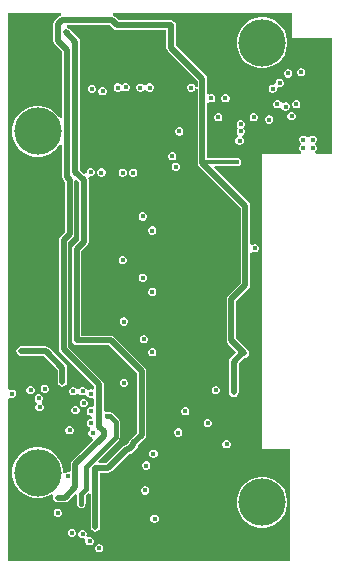
<source format=gbr>
G04*
G04 #@! TF.GenerationSoftware,Altium Limited,Altium Designer,24.9.1 (31)*
G04*
G04 Layer_Physical_Order=2*
G04 Layer_Color=12811406*
%FSLAX44Y44*%
%MOMM*%
G71*
G04*
G04 #@! TF.SameCoordinates,E7EBA232-3E41-4796-8E0E-ADA696DDDB0D*
G04*
G04*
G04 #@! TF.FilePolarity,Positive*
G04*
G01*
G75*
%ADD12C,0.5000*%
%ADD13C,4.0000*%
%ADD14C,0.4000*%
%ADD15C,0.3000*%
%ADD16C,0.4000*%
G36*
X240000Y443000D02*
X274000D01*
Y345000D01*
X260301D01*
X259903Y347000D01*
X259983Y347033D01*
X260967Y348017D01*
X261500Y349304D01*
Y350696D01*
X260967Y351983D01*
X260756Y352193D01*
X260207Y353500D01*
X260756Y354807D01*
X260967Y355017D01*
X261500Y356304D01*
Y357696D01*
X260967Y358983D01*
X259983Y359967D01*
X258696Y360500D01*
X257304D01*
X256017Y359967D01*
X255033Y358983D01*
X252967D01*
X251983Y359967D01*
X250696Y360500D01*
X249304D01*
X248017Y359967D01*
X247033Y358983D01*
X246500Y357696D01*
Y356304D01*
X247033Y355017D01*
X247244Y354807D01*
X247793Y353500D01*
X247244Y352193D01*
X247033Y351983D01*
X246500Y350696D01*
Y349304D01*
X247033Y348017D01*
X248017Y347033D01*
X248097Y347000D01*
X247699Y345000D01*
X215000D01*
Y95000D01*
X239000D01*
Y0D01*
X0D01*
Y137380D01*
X329Y137727D01*
X2000Y138551D01*
X2648Y138283D01*
X4041D01*
X5327Y138816D01*
X6312Y139800D01*
X6844Y141087D01*
Y142479D01*
X6312Y143765D01*
X5327Y144750D01*
X4041Y145283D01*
X2648D01*
X2000Y145014D01*
X329Y145839D01*
X0Y146186D01*
Y464000D01*
X44838D01*
X45035Y462000D01*
X43868Y461768D01*
X42545Y460884D01*
X42545Y460884D01*
X39616Y457955D01*
X38732Y456632D01*
X38422Y455071D01*
X38422Y455071D01*
Y440500D01*
X38422Y440500D01*
X38732Y438939D01*
X39616Y437616D01*
X45922Y431311D01*
Y375701D01*
X45592Y375454D01*
X42904Y375903D01*
X41700Y377705D01*
X38705Y380700D01*
X35184Y383053D01*
X31271Y384674D01*
X27118Y385500D01*
X22882D01*
X18729Y384674D01*
X14816Y383053D01*
X11295Y380700D01*
X8300Y377705D01*
X5947Y374184D01*
X4326Y370271D01*
X3500Y366118D01*
Y361882D01*
X4326Y357729D01*
X5947Y353816D01*
X8300Y350295D01*
X11295Y347300D01*
X14816Y344947D01*
X18729Y343326D01*
X22882Y342500D01*
X27118D01*
X31271Y343326D01*
X35184Y344947D01*
X38705Y347300D01*
X41700Y350295D01*
X42904Y352097D01*
X45592Y352546D01*
X45922Y352299D01*
Y325000D01*
X45922Y325000D01*
X46232Y323439D01*
X47116Y322116D01*
X47922Y321311D01*
Y278618D01*
X44116Y274813D01*
X43232Y273490D01*
X42922Y271929D01*
X42922Y271929D01*
Y180000D01*
X42922Y180000D01*
X43232Y178439D01*
X44116Y177116D01*
X72748Y148485D01*
X72601Y146443D01*
X70922Y145407D01*
X70696Y145500D01*
X69304D01*
X68348Y145104D01*
X67919Y145009D01*
X66037Y145815D01*
X65967Y145983D01*
X64983Y146967D01*
X63696Y147500D01*
X62304D01*
X61017Y146967D01*
X60033Y145983D01*
X57967D01*
X56983Y146967D01*
X55696Y147500D01*
X54304D01*
X53017Y146967D01*
X52033Y145983D01*
X51500Y144696D01*
Y143304D01*
X52033Y142017D01*
X53017Y141033D01*
X54304Y140500D01*
X55696D01*
X56983Y141033D01*
X57967Y142017D01*
X60033D01*
X61017Y141033D01*
X62304Y140500D01*
X63696D01*
X64652Y140896D01*
X65081Y140991D01*
X66963Y140185D01*
X67033Y140017D01*
X68017Y139033D01*
X69304Y138500D01*
X70696D01*
X70922Y138593D01*
X72922Y137359D01*
Y131641D01*
X70922Y130403D01*
X70701Y130495D01*
X69309D01*
X68023Y129962D01*
X67038Y128977D01*
X66505Y127691D01*
Y126299D01*
X67038Y125012D01*
X68023Y124028D01*
X69309Y123495D01*
X69726D01*
X71442Y121994D01*
X70696Y120500D01*
X69304D01*
X68017Y119967D01*
X67033Y118983D01*
X66500Y117696D01*
Y116304D01*
X67033Y115017D01*
X68017Y114033D01*
X69251Y113522D01*
X69331Y113312D01*
X69597Y111500D01*
X69517Y111467D01*
X68533Y110483D01*
X68000Y109196D01*
Y107804D01*
X68533Y106517D01*
X69517Y105533D01*
X70804Y105000D01*
X71404D01*
X72258Y103026D01*
X54116Y84884D01*
X53232Y83561D01*
X52922Y82000D01*
X52922Y82000D01*
Y76319D01*
X51696Y75500D01*
X50304D01*
X49017Y74967D01*
X48500Y74450D01*
X46500Y75110D01*
Y77118D01*
X45674Y81271D01*
X44053Y85184D01*
X41700Y88705D01*
X38705Y91700D01*
X35184Y94053D01*
X31271Y95674D01*
X27118Y96500D01*
X22882D01*
X18729Y95674D01*
X14816Y94053D01*
X11295Y91700D01*
X8300Y88705D01*
X5947Y85184D01*
X4326Y81271D01*
X3500Y77118D01*
Y72882D01*
X4326Y68729D01*
X5947Y64816D01*
X8300Y61295D01*
X11295Y58300D01*
X14816Y55947D01*
X18729Y54326D01*
X22882Y53500D01*
X27118D01*
X31271Y54326D01*
X35184Y55947D01*
X36811Y57034D01*
X38253Y55592D01*
X38232Y55561D01*
X37922Y54000D01*
X38232Y52439D01*
X39116Y51116D01*
X40439Y50232D01*
X42000Y49922D01*
X48000D01*
X48000Y49922D01*
X49561Y50232D01*
X50884Y51116D01*
X56431Y56664D01*
X58431Y55835D01*
Y48500D01*
X58500Y48155D01*
Y47804D01*
X58635Y47479D01*
X58703Y47134D01*
X58898Y46842D01*
X59033Y46517D01*
X59281Y46269D01*
X59477Y45977D01*
X59769Y45781D01*
X60017Y45533D01*
X60342Y45398D01*
X60634Y45203D01*
X60979Y45135D01*
X61304Y45000D01*
X61655D01*
X62000Y44931D01*
X62345Y45000D01*
X62696D01*
X63021Y45135D01*
X63366Y45203D01*
X63658Y45398D01*
X63983Y45533D01*
X64231Y45781D01*
X64523Y45977D01*
X64719Y46269D01*
X64967Y46517D01*
X65102Y46842D01*
X65297Y47134D01*
X65366Y47479D01*
X65500Y47804D01*
Y48155D01*
X65569Y48500D01*
Y55522D01*
X67922Y57875D01*
X69922Y57046D01*
Y54000D01*
X69946Y53875D01*
X69922Y53750D01*
Y29000D01*
X70232Y27439D01*
X71116Y26116D01*
X72439Y25232D01*
X74000Y24922D01*
X75561Y25232D01*
X76884Y26116D01*
X77768Y27439D01*
X78078Y29000D01*
Y53750D01*
X78053Y53875D01*
X78078Y54000D01*
Y74922D01*
X85000D01*
X85000Y74922D01*
X86561Y75232D01*
X87884Y76116D01*
X102740Y90972D01*
X104046Y91232D01*
X105369Y92116D01*
X108884Y95631D01*
X108884Y95631D01*
X109768Y96954D01*
X110028Y98260D01*
X115884Y104116D01*
X115884Y104116D01*
X116768Y105439D01*
X117078Y107000D01*
X117078Y107000D01*
Y161000D01*
X116768Y162561D01*
X115884Y163884D01*
X89884Y189884D01*
X88561Y190768D01*
X87000Y191078D01*
X87000Y191078D01*
X62078D01*
Y262311D01*
X66884Y267116D01*
X66884Y267116D01*
X67768Y268439D01*
X68078Y270000D01*
X68078Y270000D01*
Y312000D01*
Y323000D01*
X68078Y323000D01*
X67790Y324449D01*
X68097Y324902D01*
X69188Y326035D01*
X69304Y325987D01*
X70696D01*
X71983Y326520D01*
X72967Y327505D01*
X73500Y328791D01*
Y330183D01*
X72967Y331470D01*
X71983Y332454D01*
X70696Y332987D01*
X69304D01*
X68017Y332454D01*
X67033Y331470D01*
X66500Y330183D01*
Y329096D01*
X65675Y328489D01*
X64652Y328115D01*
X61078Y331689D01*
Y440000D01*
X61078Y440000D01*
X60768Y441561D01*
X59884Y442884D01*
X59884Y442884D01*
X51884Y450884D01*
X50561Y451768D01*
X49788Y451922D01*
X49985Y453922D01*
X86311D01*
X89116Y451116D01*
X89116Y451116D01*
X90439Y450232D01*
X92000Y449922D01*
X133922D01*
Y435000D01*
X133922Y435000D01*
X134232Y433439D01*
X135116Y432116D01*
X160422Y406811D01*
Y401885D01*
X158500Y401696D01*
X158302Y402175D01*
X157967Y402983D01*
X156983Y403967D01*
X155696Y404500D01*
X154304D01*
X153017Y403967D01*
X152033Y402983D01*
X151500Y401696D01*
Y400304D01*
X152033Y399017D01*
X153017Y398033D01*
X154304Y397500D01*
X155696D01*
X156983Y398033D01*
X157967Y399017D01*
X158302Y399825D01*
X158500Y400304D01*
X160422Y400115D01*
Y337500D01*
X160422Y337500D01*
X160732Y335939D01*
X161616Y334616D01*
X196922Y299311D01*
Y235689D01*
X186116Y224884D01*
X185232Y223561D01*
X184922Y222000D01*
X184922Y222000D01*
Y187000D01*
X184922Y187000D01*
X185232Y185439D01*
X186116Y184116D01*
X193232Y177000D01*
X188116Y171884D01*
X187232Y170561D01*
X186922Y169000D01*
X186922Y169000D01*
Y143000D01*
X187232Y141439D01*
X188116Y140116D01*
X189439Y139232D01*
X191000Y138922D01*
X192561Y139232D01*
X193884Y140116D01*
X194768Y141439D01*
X195078Y143000D01*
Y167311D01*
X199689Y171922D01*
X200000D01*
X200000Y171922D01*
X201561Y172232D01*
X202884Y173116D01*
X203768Y174439D01*
X204078Y176000D01*
X203768Y177561D01*
X202884Y178884D01*
X193078Y188689D01*
Y220311D01*
X203884Y231116D01*
X203884Y231116D01*
X204768Y232439D01*
X205078Y234000D01*
Y261143D01*
X207017Y262033D01*
X208304Y261500D01*
X209696D01*
X210983Y262033D01*
X211967Y263017D01*
X212500Y264304D01*
Y265696D01*
X211967Y266983D01*
X210983Y267967D01*
X209696Y268500D01*
X208304D01*
X207017Y267967D01*
X205078Y268857D01*
Y301000D01*
X204768Y302561D01*
X203884Y303884D01*
X203884Y303884D01*
X174674Y333093D01*
X175440Y334941D01*
X192239D01*
X193304Y334500D01*
X194696D01*
X195983Y335033D01*
X196967Y336017D01*
X197500Y337304D01*
Y338696D01*
X196967Y339983D01*
X195983Y340967D01*
X194696Y341500D01*
X193304D01*
X192239Y341059D01*
X168578D01*
Y387644D01*
X169014Y388064D01*
X170578Y388801D01*
X171304Y388500D01*
X172696D01*
X173983Y389033D01*
X174967Y390017D01*
X175500Y391304D01*
Y392696D01*
X174967Y393983D01*
X173983Y394967D01*
X172696Y395500D01*
X171304D01*
X170578Y395200D01*
X169014Y395936D01*
X168578Y396357D01*
Y408500D01*
X168578Y408500D01*
X168268Y410061D01*
X167384Y411384D01*
X142078Y436689D01*
Y454000D01*
X141768Y455561D01*
X140884Y456884D01*
X139561Y457768D01*
X138000Y458078D01*
X93689D01*
X90884Y460884D01*
X89561Y461768D01*
X88394Y462000D01*
X88591Y464000D01*
X240000D01*
Y443000D01*
D02*
G37*
G36*
X59922Y321311D02*
Y312000D01*
Y271689D01*
X55116Y266884D01*
X54232Y265561D01*
X53922Y264000D01*
X53922Y264000D01*
Y187000D01*
X54232Y185439D01*
X55116Y184116D01*
X56439Y183232D01*
X58000Y182922D01*
X85311D01*
X108922Y159311D01*
Y108689D01*
X103116Y102884D01*
X102232Y101561D01*
X101972Y100255D01*
X100745Y99028D01*
X99439Y98768D01*
X98116Y97884D01*
X98116Y97884D01*
X83311Y83078D01*
X76738D01*
X75973Y84926D01*
X93523Y102477D01*
X94297Y103634D01*
X94569Y105000D01*
Y117858D01*
X94297Y119223D01*
X93523Y120381D01*
X88381Y125523D01*
X87224Y126297D01*
X85858Y126569D01*
X84000D01*
X83655Y126500D01*
X83304D01*
X82979Y126365D01*
X81348Y127322D01*
X81327Y127338D01*
X81078Y127641D01*
Y150000D01*
X80768Y151561D01*
X79884Y152884D01*
X79884Y152884D01*
X51078Y181689D01*
Y270240D01*
X54884Y274045D01*
X55768Y275368D01*
X56078Y276929D01*
X56078Y276929D01*
Y322326D01*
X57859Y323208D01*
X58007Y323225D01*
X59922Y321311D01*
D02*
G37*
%LPC*%
G36*
X217118Y460500D02*
X212882D01*
X208729Y459674D01*
X204816Y458053D01*
X201295Y455700D01*
X198300Y452705D01*
X195947Y449184D01*
X194326Y445271D01*
X193500Y441118D01*
Y436882D01*
X194326Y432729D01*
X195947Y428816D01*
X198300Y425295D01*
X201295Y422300D01*
X204816Y419947D01*
X208729Y418326D01*
X212882Y417500D01*
X217118D01*
X221271Y418326D01*
X225184Y419947D01*
X228705Y422300D01*
X231700Y425295D01*
X234053Y428816D01*
X235674Y432729D01*
X236500Y436882D01*
Y441118D01*
X235674Y445271D01*
X234053Y449184D01*
X231700Y452705D01*
X228705Y455700D01*
X225184Y458053D01*
X221271Y459674D01*
X217118Y460500D01*
D02*
G37*
G36*
X248696Y417500D02*
X247304D01*
X246017Y416967D01*
X245033Y415983D01*
X244500Y414696D01*
Y413304D01*
X245033Y412017D01*
X246017Y411033D01*
X247304Y410500D01*
X248696D01*
X249983Y411033D01*
X250967Y412017D01*
X251500Y413304D01*
Y414696D01*
X250967Y415983D01*
X249983Y416967D01*
X248696Y417500D01*
D02*
G37*
G36*
X237696Y416500D02*
X236304D01*
X235017Y415967D01*
X234033Y414983D01*
X233500Y413696D01*
Y412304D01*
X234033Y411017D01*
X235017Y410033D01*
X236304Y409500D01*
X237696D01*
X238983Y410033D01*
X239967Y411017D01*
X240500Y412304D01*
Y413696D01*
X239967Y414983D01*
X238983Y415967D01*
X237696Y416500D01*
D02*
G37*
G36*
X100352Y404844D02*
X98959D01*
X97673Y404312D01*
X97462Y404101D01*
X96398Y403448D01*
X94858Y404092D01*
X93571Y404625D01*
X92179D01*
X90892Y404092D01*
X89908Y403108D01*
X89375Y401821D01*
Y400429D01*
X89908Y399142D01*
X90892Y398158D01*
X92179Y397625D01*
X93571D01*
X94858Y398158D01*
X95068Y398369D01*
X96133Y399021D01*
X97673Y398377D01*
X98959Y397844D01*
X100352D01*
X101638Y398377D01*
X102623Y399362D01*
X103156Y400648D01*
Y402041D01*
X102623Y403327D01*
X101638Y404312D01*
X100352Y404844D01*
D02*
G37*
G36*
X120571Y404625D02*
X119179D01*
X117892Y404092D01*
X117030Y403229D01*
X116205Y403131D01*
X114772Y403178D01*
X113983Y403967D01*
X112696Y404500D01*
X111304D01*
X110017Y403967D01*
X109033Y402983D01*
X108500Y401696D01*
Y400304D01*
X109033Y399017D01*
X110017Y398033D01*
X111304Y397500D01*
X112696D01*
X113983Y398033D01*
X114845Y398896D01*
X115671Y398994D01*
X117103Y398947D01*
X117892Y398158D01*
X119179Y397625D01*
X120571D01*
X121858Y398158D01*
X122842Y399142D01*
X123375Y400429D01*
Y401821D01*
X122842Y403108D01*
X121858Y404092D01*
X120571Y404625D01*
D02*
G37*
G36*
X230696Y408500D02*
X229304D01*
X228017Y407967D01*
X227033Y406983D01*
X226500Y405696D01*
Y404918D01*
X225169Y403711D01*
X224696Y403500D01*
X223304D01*
X222017Y402967D01*
X221033Y401983D01*
X220500Y400696D01*
Y399304D01*
X221033Y398017D01*
X222017Y397033D01*
X223304Y396500D01*
X224696D01*
X225983Y397033D01*
X226967Y398017D01*
X227500Y399304D01*
Y400082D01*
X228831Y401289D01*
X229304Y401500D01*
X230696D01*
X231983Y402033D01*
X232967Y403017D01*
X233500Y404304D01*
Y405696D01*
X232967Y406983D01*
X231983Y407967D01*
X230696Y408500D01*
D02*
G37*
G36*
X71696Y403500D02*
X70304D01*
X69017Y402967D01*
X68033Y401983D01*
X67500Y400696D01*
Y399304D01*
X68033Y398017D01*
X69017Y397033D01*
X70304Y396500D01*
X71696D01*
X72983Y397033D01*
X73967Y398017D01*
X74500Y399304D01*
Y400696D01*
X73967Y401983D01*
X72983Y402967D01*
X71696Y403500D01*
D02*
G37*
G36*
X80696Y401500D02*
X79304D01*
X78017Y400967D01*
X77033Y399983D01*
X76500Y398696D01*
Y397304D01*
X77033Y396017D01*
X78017Y395033D01*
X79304Y394500D01*
X80696D01*
X81983Y395033D01*
X82967Y396017D01*
X83500Y397304D01*
Y398696D01*
X82967Y399983D01*
X81983Y400967D01*
X80696Y401500D01*
D02*
G37*
G36*
X184696Y395500D02*
X183304D01*
X182017Y394967D01*
X181033Y393983D01*
X180500Y392696D01*
Y391304D01*
X181033Y390017D01*
X182017Y389033D01*
X183304Y388500D01*
X184696D01*
X185983Y389033D01*
X186967Y390017D01*
X187500Y391304D01*
Y392696D01*
X186967Y393983D01*
X185983Y394967D01*
X184696Y395500D01*
D02*
G37*
G36*
X244696Y390500D02*
X243304D01*
X242017Y389967D01*
X241033Y388983D01*
X240500Y387696D01*
Y386304D01*
X241033Y385017D01*
X242017Y384033D01*
X243304Y383500D01*
X244696D01*
X245983Y384033D01*
X246967Y385017D01*
X247500Y386304D01*
Y387696D01*
X246967Y388983D01*
X245983Y389967D01*
X244696Y390500D01*
D02*
G37*
G36*
X228696D02*
X227304D01*
X226017Y389967D01*
X225033Y388983D01*
X224500Y387696D01*
Y386304D01*
X225033Y385017D01*
X226017Y384033D01*
X227304Y383500D01*
X228696D01*
X229652Y383896D01*
X230081Y383991D01*
X231963Y383185D01*
X232033Y383017D01*
X233017Y382033D01*
X234304Y381500D01*
X235696D01*
X236983Y382033D01*
X237967Y383017D01*
X238500Y384304D01*
Y385696D01*
X237967Y386983D01*
X236983Y387967D01*
X235696Y388500D01*
X234304D01*
X233348Y388104D01*
X232919Y388009D01*
X231037Y388815D01*
X230967Y388983D01*
X229983Y389967D01*
X228696Y390500D01*
D02*
G37*
G36*
X240696Y380500D02*
X239304D01*
X238017Y379967D01*
X237033Y378983D01*
X236500Y377696D01*
Y376304D01*
X237033Y375017D01*
X238017Y374033D01*
X239304Y373500D01*
X240696D01*
X241983Y374033D01*
X242967Y375017D01*
X243500Y376304D01*
Y377696D01*
X242967Y378983D01*
X241983Y379967D01*
X240696Y380500D01*
D02*
G37*
G36*
X208696Y379500D02*
X207304D01*
X206017Y378967D01*
X205033Y377983D01*
X204500Y376696D01*
Y375304D01*
X205033Y374017D01*
X206017Y373033D01*
X207304Y372500D01*
X208696D01*
X209983Y373033D01*
X210967Y374017D01*
X211500Y375304D01*
Y376696D01*
X210967Y377983D01*
X209983Y378967D01*
X208696Y379500D01*
D02*
G37*
G36*
X178696D02*
X177304D01*
X176017Y378967D01*
X175033Y377983D01*
X174500Y376696D01*
Y375304D01*
X175033Y374017D01*
X176017Y373033D01*
X177304Y372500D01*
X178696D01*
X179983Y373033D01*
X180967Y374017D01*
X181500Y375304D01*
Y376696D01*
X180967Y377983D01*
X179983Y378967D01*
X178696Y379500D01*
D02*
G37*
G36*
X221696Y377500D02*
X220304D01*
X219017Y376967D01*
X218033Y375983D01*
X217500Y374696D01*
Y373304D01*
X218033Y372017D01*
X219017Y371033D01*
X220304Y370500D01*
X221696D01*
X222983Y371033D01*
X223967Y372017D01*
X224500Y373304D01*
Y374696D01*
X223967Y375983D01*
X222983Y376967D01*
X221696Y377500D01*
D02*
G37*
G36*
X145696Y367500D02*
X144304D01*
X143017Y366967D01*
X142033Y365983D01*
X141500Y364696D01*
Y363304D01*
X142033Y362017D01*
X143017Y361033D01*
X144304Y360500D01*
X145696D01*
X146983Y361033D01*
X147967Y362017D01*
X148500Y363304D01*
Y364696D01*
X147967Y365983D01*
X146983Y366967D01*
X145696Y367500D01*
D02*
G37*
G36*
X197696Y373500D02*
X196304D01*
X195017Y372967D01*
X194033Y371983D01*
X193500Y370696D01*
Y369304D01*
X194033Y368017D01*
X194987Y367000D01*
X194033Y365983D01*
X193500Y364696D01*
Y363304D01*
X194033Y362017D01*
X194702Y361348D01*
X194628Y359832D01*
X194398Y359125D01*
X194017Y358967D01*
X193033Y357983D01*
X192500Y356696D01*
Y355304D01*
X193033Y354017D01*
X194017Y353033D01*
X195304Y352500D01*
X196696D01*
X197983Y353033D01*
X198967Y354017D01*
X199500Y355304D01*
Y356696D01*
X198967Y357983D01*
X198298Y358652D01*
X198372Y360168D01*
X198602Y360875D01*
X198983Y361033D01*
X199967Y362017D01*
X200500Y363304D01*
Y364696D01*
X199967Y365983D01*
X199013Y367000D01*
X199967Y368017D01*
X200500Y369304D01*
Y370696D01*
X199967Y371983D01*
X198983Y372967D01*
X197696Y373500D01*
D02*
G37*
G36*
X139696Y346500D02*
X138304D01*
X137017Y345967D01*
X136033Y344983D01*
X135500Y343696D01*
Y342304D01*
X136033Y341017D01*
X137017Y340033D01*
X138304Y339500D01*
X139696D01*
X140983Y340033D01*
X141967Y341017D01*
X142500Y342304D01*
Y343696D01*
X141967Y344983D01*
X140983Y345967D01*
X139696Y346500D01*
D02*
G37*
G36*
X142696Y337500D02*
X141304D01*
X140017Y336967D01*
X139033Y335983D01*
X138500Y334696D01*
Y333304D01*
X139033Y332017D01*
X140017Y331033D01*
X141304Y330500D01*
X142696D01*
X143983Y331033D01*
X144967Y332017D01*
X145500Y333304D01*
Y334696D01*
X144967Y335983D01*
X143983Y336967D01*
X142696Y337500D01*
D02*
G37*
G36*
X79696Y332625D02*
X78304D01*
X77017Y332092D01*
X76033Y331108D01*
X75500Y329821D01*
Y328429D01*
X76033Y327142D01*
X77017Y326158D01*
X78304Y325625D01*
X79696D01*
X80983Y326158D01*
X81967Y327142D01*
X82500Y328429D01*
Y329821D01*
X81967Y331108D01*
X80983Y332092D01*
X79696Y332625D01*
D02*
G37*
G36*
X106696Y332500D02*
X105304D01*
X104017Y331967D01*
X103033Y330983D01*
X102500Y329696D01*
Y328304D01*
X103033Y327017D01*
X104017Y326033D01*
X105304Y325500D01*
X106696D01*
X107983Y326033D01*
X108967Y327017D01*
X109500Y328304D01*
Y329696D01*
X108967Y330983D01*
X107983Y331967D01*
X106696Y332500D01*
D02*
G37*
G36*
X97696D02*
X96304D01*
X95017Y331967D01*
X94033Y330983D01*
X93500Y329696D01*
Y328304D01*
X94033Y327017D01*
X95017Y326033D01*
X96304Y325500D01*
X97696D01*
X98983Y326033D01*
X99967Y327017D01*
X100500Y328304D01*
Y329696D01*
X99967Y330983D01*
X98983Y331967D01*
X97696Y332500D01*
D02*
G37*
G36*
X114696Y295500D02*
X113304D01*
X112017Y294967D01*
X111033Y293983D01*
X110500Y292696D01*
Y291304D01*
X111033Y290017D01*
X112017Y289033D01*
X113304Y288500D01*
X114696D01*
X115983Y289033D01*
X116967Y290017D01*
X117500Y291304D01*
Y292696D01*
X116967Y293983D01*
X115983Y294967D01*
X114696Y295500D01*
D02*
G37*
G36*
X122696Y283500D02*
X121304D01*
X120017Y282967D01*
X119033Y281983D01*
X118500Y280696D01*
Y279304D01*
X119033Y278017D01*
X120017Y277033D01*
X121304Y276500D01*
X122696D01*
X123983Y277033D01*
X124967Y278017D01*
X125500Y279304D01*
Y280696D01*
X124967Y281983D01*
X123983Y282967D01*
X122696Y283500D01*
D02*
G37*
G36*
X97696Y258500D02*
X96304D01*
X95017Y257967D01*
X94033Y256983D01*
X93500Y255696D01*
Y254304D01*
X94033Y253017D01*
X95017Y252033D01*
X96304Y251500D01*
X97696D01*
X98983Y252033D01*
X99967Y253017D01*
X100500Y254304D01*
Y255696D01*
X99967Y256983D01*
X98983Y257967D01*
X97696Y258500D01*
D02*
G37*
G36*
X114696Y243500D02*
X113304D01*
X112017Y242967D01*
X111033Y241983D01*
X110500Y240696D01*
Y239304D01*
X111033Y238017D01*
X112017Y237033D01*
X113304Y236500D01*
X114696D01*
X115983Y237033D01*
X116967Y238017D01*
X117500Y239304D01*
Y240696D01*
X116967Y241983D01*
X115983Y242967D01*
X114696Y243500D01*
D02*
G37*
G36*
X122696Y231500D02*
X121304D01*
X120017Y230967D01*
X119033Y229983D01*
X118500Y228696D01*
Y227304D01*
X119033Y226017D01*
X120017Y225033D01*
X121304Y224500D01*
X122696D01*
X123983Y225033D01*
X124967Y226017D01*
X125500Y227304D01*
Y228696D01*
X124967Y229983D01*
X123983Y230967D01*
X122696Y231500D01*
D02*
G37*
G36*
X98696Y206500D02*
X97304D01*
X96017Y205967D01*
X95033Y204983D01*
X94500Y203696D01*
Y202304D01*
X95033Y201017D01*
X96017Y200033D01*
X97304Y199500D01*
X98696D01*
X99983Y200033D01*
X100967Y201017D01*
X101500Y202304D01*
Y203696D01*
X100967Y204983D01*
X99983Y205967D01*
X98696Y206500D01*
D02*
G37*
G36*
X115696Y191500D02*
X114304D01*
X113017Y190967D01*
X112033Y189983D01*
X111500Y188696D01*
Y187304D01*
X112033Y186017D01*
X113017Y185033D01*
X114304Y184500D01*
X115696D01*
X116983Y185033D01*
X117967Y186017D01*
X118500Y187304D01*
Y188696D01*
X117967Y189983D01*
X116983Y190967D01*
X115696Y191500D01*
D02*
G37*
G36*
X122696Y180500D02*
X121304D01*
X120017Y179967D01*
X119033Y178983D01*
X118500Y177696D01*
Y176304D01*
X119033Y175017D01*
X120017Y174033D01*
X121304Y173500D01*
X122696D01*
X123983Y174033D01*
X124967Y175017D01*
X125500Y176304D01*
Y177696D01*
X124967Y178983D01*
X123983Y179967D01*
X122696Y180500D01*
D02*
G37*
G36*
X32000Y182078D02*
X32000Y182078D01*
X11000D01*
X9439Y181768D01*
X8116Y180884D01*
X7232Y179561D01*
X6922Y178000D01*
X7232Y176439D01*
X8116Y175116D01*
X9439Y174232D01*
X11000Y173922D01*
X30311D01*
X41922Y162311D01*
Y152000D01*
X42232Y150439D01*
X43116Y149116D01*
X44439Y148232D01*
X46000Y147922D01*
X47561Y148232D01*
X48884Y149116D01*
X49768Y150439D01*
X50078Y152000D01*
Y164000D01*
X50078Y164000D01*
X49768Y165561D01*
X48884Y166884D01*
X48884Y166884D01*
X34884Y180884D01*
X33561Y181768D01*
X33302Y181819D01*
X32000Y182078D01*
D02*
G37*
G36*
X31696Y149500D02*
X30304D01*
X29017Y148967D01*
X28033Y147983D01*
X27500Y146696D01*
Y145304D01*
X28033Y144017D01*
X29017Y143033D01*
X30304Y142500D01*
X31696D01*
X32983Y143033D01*
X33967Y144017D01*
X34500Y145304D01*
Y146696D01*
X33967Y147983D01*
X32983Y148967D01*
X31696Y149500D01*
D02*
G37*
G36*
X176696Y148500D02*
X175304D01*
X174017Y147967D01*
X173033Y146983D01*
X172500Y145696D01*
Y144304D01*
X173033Y143017D01*
X174017Y142033D01*
X175304Y141500D01*
X176696D01*
X177983Y142033D01*
X178967Y143017D01*
X179500Y144304D01*
Y145696D01*
X178967Y146983D01*
X177983Y147967D01*
X176696Y148500D01*
D02*
G37*
G36*
X19696D02*
X18304D01*
X17017Y147967D01*
X16033Y146983D01*
X15500Y145696D01*
Y144304D01*
X16033Y143017D01*
X17017Y142033D01*
X18304Y141500D01*
X19696D01*
X20983Y142033D01*
X21967Y143017D01*
X22500Y144304D01*
Y145696D01*
X21967Y146983D01*
X20983Y147967D01*
X19696Y148500D01*
D02*
G37*
G36*
X64696Y137500D02*
X63304D01*
X62017Y136967D01*
X61033Y135983D01*
X60500Y134696D01*
Y133304D01*
X61033Y132017D01*
X62017Y131033D01*
X63304Y130500D01*
X64696D01*
X65983Y131033D01*
X66967Y132017D01*
X67500Y133304D01*
Y134696D01*
X66967Y135983D01*
X65983Y136967D01*
X64696Y137500D01*
D02*
G37*
G36*
X26663Y141517D02*
X25271D01*
X23985Y140985D01*
X23000Y140000D01*
X22467Y138714D01*
Y137321D01*
X23000Y136035D01*
X23834Y135201D01*
X23992Y134889D01*
X24089Y132842D01*
X23729Y132483D01*
X23196Y131196D01*
Y129804D01*
X23729Y128517D01*
X24714Y127533D01*
X26000Y127000D01*
X27392D01*
X28679Y127533D01*
X29663Y128517D01*
X30196Y129804D01*
Y131196D01*
X29663Y132483D01*
X28829Y133317D01*
X28671Y133628D01*
X28575Y135675D01*
X28934Y136035D01*
X29467Y137321D01*
Y138714D01*
X28934Y140000D01*
X27950Y140985D01*
X26663Y141517D01*
D02*
G37*
G36*
X57696Y131500D02*
X56304D01*
X55017Y130967D01*
X54033Y129983D01*
X53500Y128696D01*
Y127304D01*
X54033Y126017D01*
X55017Y125033D01*
X56304Y124500D01*
X57696D01*
X58983Y125033D01*
X59967Y126017D01*
X60500Y127304D01*
Y128696D01*
X59967Y129983D01*
X58983Y130967D01*
X57696Y131500D01*
D02*
G37*
G36*
X150696Y130500D02*
X149304D01*
X148017Y129967D01*
X147033Y128983D01*
X146500Y127696D01*
Y126304D01*
X147033Y125017D01*
X148017Y124033D01*
X149304Y123500D01*
X150696D01*
X151983Y124033D01*
X152967Y125017D01*
X153500Y126304D01*
Y127696D01*
X152967Y128983D01*
X151983Y129967D01*
X150696Y130500D01*
D02*
G37*
G36*
X169696Y120500D02*
X168304D01*
X167017Y119967D01*
X166033Y118983D01*
X165500Y117696D01*
Y116304D01*
X166033Y115017D01*
X167017Y114033D01*
X168304Y113500D01*
X169696D01*
X170983Y114033D01*
X171967Y115017D01*
X172500Y116304D01*
Y117696D01*
X171967Y118983D01*
X170983Y119967D01*
X169696Y120500D01*
D02*
G37*
G36*
X52696Y114500D02*
X51304D01*
X50017Y113967D01*
X49033Y112983D01*
X48500Y111696D01*
Y110304D01*
X49033Y109017D01*
X50017Y108033D01*
X51304Y107500D01*
X52696D01*
X53983Y108033D01*
X54967Y109017D01*
X55500Y110304D01*
Y111696D01*
X54967Y112983D01*
X53983Y113967D01*
X52696Y114500D01*
D02*
G37*
G36*
X144696Y112500D02*
X143304D01*
X142017Y111967D01*
X141033Y110983D01*
X140500Y109696D01*
Y108304D01*
X141033Y107017D01*
X142017Y106033D01*
X143304Y105500D01*
X144696D01*
X145983Y106033D01*
X146967Y107017D01*
X147500Y108304D01*
Y109696D01*
X146967Y110983D01*
X145983Y111967D01*
X144696Y112500D01*
D02*
G37*
G36*
X185696Y102500D02*
X184304D01*
X183017Y101967D01*
X182033Y100983D01*
X181500Y99696D01*
Y98304D01*
X182033Y97017D01*
X183017Y96033D01*
X184304Y95500D01*
X185696D01*
X186983Y96033D01*
X187967Y97017D01*
X188500Y98304D01*
Y99696D01*
X187967Y100983D01*
X186983Y101967D01*
X185696Y102500D01*
D02*
G37*
G36*
X123696Y94500D02*
X122304D01*
X121017Y93967D01*
X120033Y92983D01*
X119500Y91696D01*
Y90304D01*
X120033Y89017D01*
X121017Y88033D01*
X122304Y87500D01*
X123696D01*
X124983Y88033D01*
X125967Y89017D01*
X126500Y90304D01*
Y91696D01*
X125967Y92983D01*
X124983Y93967D01*
X123696Y94500D01*
D02*
G37*
G36*
X117696Y84500D02*
X116304D01*
X115017Y83967D01*
X114033Y82983D01*
X113500Y81696D01*
Y80304D01*
X114033Y79017D01*
X115017Y78033D01*
X116304Y77500D01*
X117696D01*
X118983Y78033D01*
X119967Y79017D01*
X120500Y80304D01*
Y81696D01*
X119967Y82983D01*
X118983Y83967D01*
X117696Y84500D01*
D02*
G37*
G36*
X116696Y63500D02*
X115304D01*
X114017Y62967D01*
X113033Y61983D01*
X112500Y60696D01*
Y59304D01*
X113033Y58017D01*
X114017Y57033D01*
X115304Y56500D01*
X116696D01*
X117983Y57033D01*
X118967Y58017D01*
X119500Y59304D01*
Y60696D01*
X118967Y61983D01*
X117983Y62967D01*
X116696Y63500D01*
D02*
G37*
G36*
X42696Y44500D02*
X41304D01*
X40017Y43967D01*
X39033Y42983D01*
X38500Y41696D01*
Y40304D01*
X39033Y39017D01*
X40017Y38033D01*
X41304Y37500D01*
X42696D01*
X43983Y38033D01*
X44967Y39017D01*
X45500Y40304D01*
Y41696D01*
X44967Y42983D01*
X43983Y43967D01*
X42696Y44500D01*
D02*
G37*
G36*
X124696Y39500D02*
X123304D01*
X122017Y38967D01*
X121033Y37983D01*
X120500Y36696D01*
Y35304D01*
X121033Y34017D01*
X122017Y33033D01*
X123304Y32500D01*
X124696D01*
X125983Y33033D01*
X126967Y34017D01*
X127500Y35304D01*
Y36696D01*
X126967Y37983D01*
X125983Y38967D01*
X124696Y39500D01*
D02*
G37*
G36*
X217118Y71500D02*
X212882D01*
X208729Y70674D01*
X204816Y69053D01*
X201295Y66700D01*
X198300Y63705D01*
X195947Y60184D01*
X194326Y56271D01*
X193500Y52118D01*
Y47882D01*
X194326Y43729D01*
X195947Y39816D01*
X198300Y36295D01*
X201295Y33300D01*
X204816Y30947D01*
X208729Y29326D01*
X212882Y28500D01*
X217118D01*
X221271Y29326D01*
X225184Y30947D01*
X228705Y33300D01*
X231700Y36295D01*
X234053Y39816D01*
X235674Y43729D01*
X236500Y47882D01*
Y52118D01*
X235674Y56271D01*
X234053Y60184D01*
X231700Y63705D01*
X228705Y66700D01*
X225184Y69053D01*
X221271Y70674D01*
X217118Y71500D01*
D02*
G37*
G36*
X54696Y27500D02*
X53304D01*
X52017Y26967D01*
X51033Y25983D01*
X50500Y24696D01*
Y23304D01*
X51033Y22017D01*
X52017Y21033D01*
X53304Y20500D01*
X54696D01*
X55983Y21033D01*
X56967Y22017D01*
X57500Y23304D01*
Y24696D01*
X56967Y25983D01*
X55983Y26967D01*
X54696Y27500D01*
D02*
G37*
G36*
X63696Y26500D02*
X62304D01*
X61017Y25967D01*
X60033Y24983D01*
X59500Y23696D01*
Y22304D01*
X60033Y21017D01*
X61017Y20033D01*
X62304Y19500D01*
X63696D01*
X64162Y19693D01*
X65693Y18162D01*
X65500Y17696D01*
Y16304D01*
X66033Y15017D01*
X67017Y14033D01*
X68304Y13500D01*
X69696D01*
X70983Y14033D01*
X71967Y15017D01*
X72500Y16304D01*
Y17696D01*
X71967Y18983D01*
X70983Y19967D01*
X69696Y20500D01*
X68304D01*
X67838Y20307D01*
X66307Y21838D01*
X66500Y22304D01*
Y23696D01*
X65967Y24983D01*
X64983Y25967D01*
X63696Y26500D01*
D02*
G37*
G36*
X77696Y14500D02*
X76304D01*
X75017Y13967D01*
X74033Y12983D01*
X73500Y11696D01*
Y10304D01*
X74033Y9017D01*
X75017Y8033D01*
X76304Y7500D01*
X77696D01*
X78983Y8033D01*
X79967Y9017D01*
X80500Y10304D01*
Y11696D01*
X79967Y12983D01*
X78983Y13967D01*
X77696Y14500D01*
D02*
G37*
G36*
X98696Y154500D02*
X97304D01*
X96017Y153967D01*
X95033Y152983D01*
X94500Y151696D01*
Y150304D01*
X95033Y149017D01*
X96017Y148033D01*
X97304Y147500D01*
X98696D01*
X99983Y148033D01*
X100967Y149017D01*
X101500Y150304D01*
Y151696D01*
X100967Y152983D01*
X99983Y153967D01*
X98696Y154500D01*
D02*
G37*
%LPD*%
D12*
X87000Y187000D02*
X113000Y161000D01*
X106000Y100000D02*
X113000Y107000D01*
Y161000D01*
X85000Y79000D02*
X101000Y95000D01*
X102485D02*
X106000Y98515D01*
X101000Y95000D02*
X102485D01*
X106000Y98515D02*
Y100000D01*
X74000Y79000D02*
X85000D01*
X47000Y180000D02*
X77000Y150000D01*
Y113743D02*
Y150000D01*
X47000Y180000D02*
Y271929D01*
X58000Y187000D02*
Y264000D01*
X64000Y270000D02*
Y312000D01*
X58000Y264000D02*
X64000Y270000D01*
Y312000D02*
Y323000D01*
X49000Y448000D02*
X57000Y440000D01*
Y330000D02*
Y440000D01*
X42500Y455071D02*
X45429Y458000D01*
X88000D02*
X92000Y454000D01*
X45429Y458000D02*
X88000D01*
X42500Y440500D02*
Y455071D01*
X42000Y54000D02*
X48000D01*
X77000Y113743D02*
X80800Y109942D01*
X57000Y82000D02*
X80800Y105800D01*
Y109942D01*
X57000Y63000D02*
Y82000D01*
X48000Y54000D02*
X57000Y63000D01*
X58000Y187000D02*
X87000D01*
X138000Y435000D02*
X164500Y408500D01*
Y337500D02*
X201000Y301000D01*
Y234000D02*
Y301000D01*
X164500Y337500D02*
Y408500D01*
X189000Y222000D02*
X201000Y234000D01*
X189000Y187000D02*
Y222000D01*
Y187000D02*
X200000Y176000D01*
X191000Y169000D02*
X198000Y176000D01*
X200000D01*
X191000Y143000D02*
Y169000D01*
X138000Y435000D02*
Y454000D01*
X92000D02*
X138000D01*
X42500Y440500D02*
X50000Y433000D01*
Y325000D02*
X52000Y323000D01*
X50000Y325000D02*
Y433000D01*
X57000Y330000D02*
X64000Y323000D01*
X52000Y276929D02*
Y323000D01*
X32000Y178000D02*
X46000Y164000D01*
X11000Y178000D02*
X32000D01*
X46000Y152000D02*
Y164000D01*
X74000Y54000D02*
Y79000D01*
X47000Y271929D02*
X52000Y276929D01*
X74000Y29000D02*
Y53750D01*
D13*
X215000Y439000D02*
D03*
X25000Y364000D02*
D03*
Y75000D02*
D03*
X215000Y50000D02*
D03*
D14*
X3344Y141783D02*
D03*
X19000Y145000D02*
D03*
X25967Y138017D02*
D03*
X26696Y130500D02*
D03*
X42000Y41000D02*
D03*
Y54000D02*
D03*
X84000Y123000D02*
D03*
X209000Y290000D02*
D03*
X122000Y280000D02*
D03*
X62000Y48500D02*
D03*
X194000Y338000D02*
D03*
X138000Y454000D02*
D03*
X49000Y448000D02*
D03*
X64000Y312000D02*
D03*
X115000Y188000D02*
D03*
X114000Y240000D02*
D03*
Y292000D02*
D03*
X117000Y81000D02*
D03*
X116000Y60000D02*
D03*
X124000Y36000D02*
D03*
X123000Y91000D02*
D03*
X185000Y99000D02*
D03*
X2000Y162000D02*
D03*
Y156000D02*
D03*
Y150000D02*
D03*
X252000Y385000D02*
D03*
X254000Y402000D02*
D03*
X247000D02*
D03*
X87000Y260000D02*
D03*
X86000Y281000D02*
D03*
X13241Y101706D02*
D03*
X85000Y177000D02*
D03*
X99000Y29000D02*
D03*
Y54000D02*
D03*
Y79000D02*
D03*
X100000Y101000D02*
D03*
X260000Y432000D02*
D03*
Y417000D02*
D03*
X245000Y432000D02*
D03*
X230000Y87000D02*
D03*
Y72000D02*
D03*
Y27000D02*
D03*
Y12000D02*
D03*
X215000Y87000D02*
D03*
Y12000D02*
D03*
X200000Y207000D02*
D03*
Y132000D02*
D03*
Y117000D02*
D03*
Y102000D02*
D03*
Y87000D02*
D03*
Y72000D02*
D03*
Y27000D02*
D03*
Y12000D02*
D03*
X185000Y447000D02*
D03*
Y432000D02*
D03*
Y237000D02*
D03*
Y87000D02*
D03*
Y72000D02*
D03*
Y57000D02*
D03*
Y42000D02*
D03*
Y27000D02*
D03*
Y12000D02*
D03*
X170000Y447000D02*
D03*
Y432000D02*
D03*
Y237000D02*
D03*
Y222000D02*
D03*
Y102000D02*
D03*
Y87000D02*
D03*
Y72000D02*
D03*
Y57000D02*
D03*
Y42000D02*
D03*
Y12000D02*
D03*
X155000Y447000D02*
D03*
Y432000D02*
D03*
Y237000D02*
D03*
Y222000D02*
D03*
Y207000D02*
D03*
X140000Y237000D02*
D03*
Y222000D02*
D03*
Y207000D02*
D03*
Y42000D02*
D03*
Y27000D02*
D03*
X125000Y342000D02*
D03*
Y72000D02*
D03*
Y57000D02*
D03*
Y27000D02*
D03*
X110000Y372000D02*
D03*
X95000D02*
D03*
X80000D02*
D03*
Y267000D02*
D03*
Y252000D02*
D03*
Y237000D02*
D03*
Y222000D02*
D03*
X65000Y372000D02*
D03*
Y342000D02*
D03*
Y252000D02*
D03*
Y222000D02*
D03*
X50000Y12000D02*
D03*
X35000Y447000D02*
D03*
Y432000D02*
D03*
Y417000D02*
D03*
Y402000D02*
D03*
Y387000D02*
D03*
Y342000D02*
D03*
Y42000D02*
D03*
Y27000D02*
D03*
Y12000D02*
D03*
X20000Y447000D02*
D03*
Y432000D02*
D03*
Y417000D02*
D03*
Y402000D02*
D03*
Y387000D02*
D03*
Y312000D02*
D03*
Y42000D02*
D03*
Y27000D02*
D03*
Y12000D02*
D03*
X5000Y447000D02*
D03*
Y432000D02*
D03*
Y417000D02*
D03*
Y402000D02*
D03*
Y387000D02*
D03*
Y342000D02*
D03*
Y252000D02*
D03*
Y222000D02*
D03*
Y207000D02*
D03*
Y177000D02*
D03*
Y102000D02*
D03*
Y57000D02*
D03*
Y42000D02*
D03*
Y27000D02*
D03*
Y12000D02*
D03*
X46000Y152000D02*
D03*
X11000Y178000D02*
D03*
X74000Y79000D02*
D03*
X74125Y53875D02*
D03*
X74000Y29000D02*
D03*
X139000Y400000D02*
D03*
X218000Y401000D02*
D03*
X228000Y360918D02*
D03*
X235000Y385000D02*
D03*
X221000Y374000D02*
D03*
X209000Y265000D02*
D03*
X58000Y187000D02*
D03*
X200000Y151000D02*
D03*
Y176000D02*
D03*
X191000Y143000D02*
D03*
X70000Y142000D02*
D03*
X176000Y145000D02*
D03*
X52000Y276929D02*
D03*
X258000Y350000D02*
D03*
X250000D02*
D03*
X258000Y357000D02*
D03*
X250000D02*
D03*
X98000Y151000D02*
D03*
Y203000D02*
D03*
X97000Y255000D02*
D03*
X122000Y228000D02*
D03*
Y177000D02*
D03*
X196000Y356000D02*
D03*
X197000Y364000D02*
D03*
X145000D02*
D03*
X197000Y370000D02*
D03*
X208000Y376000D02*
D03*
X178000D02*
D03*
X184000Y392000D02*
D03*
X240000Y377000D02*
D03*
X244000Y387000D02*
D03*
X172000Y392000D02*
D03*
X139000Y343000D02*
D03*
X142000Y334000D02*
D03*
X155000Y401000D02*
D03*
X99656Y401344D02*
D03*
X92875Y401125D02*
D03*
X80000Y398000D02*
D03*
X71000Y400000D02*
D03*
X119875Y401125D02*
D03*
X112000Y401000D02*
D03*
X224000Y400000D02*
D03*
X228000Y387000D02*
D03*
X230000Y405000D02*
D03*
X237000Y413000D02*
D03*
X248000Y414000D02*
D03*
X54000Y24000D02*
D03*
X77000Y11000D02*
D03*
X69000Y17000D02*
D03*
X52000Y111000D02*
D03*
X144000Y109000D02*
D03*
X71500Y108500D02*
D03*
X169000Y117000D02*
D03*
X70000Y117000D02*
D03*
X150000Y127000D02*
D03*
X70005Y126995D02*
D03*
X57000Y128000D02*
D03*
X64000Y134000D02*
D03*
X51000Y72000D02*
D03*
X63000Y23000D02*
D03*
X31000Y146000D02*
D03*
X106000Y329000D02*
D03*
X63000Y144000D02*
D03*
X55000D02*
D03*
X97000Y329000D02*
D03*
X79000Y329125D02*
D03*
X70000Y329487D02*
D03*
D15*
X165000Y338000D02*
X194000D01*
X164500Y337500D02*
X165000Y338000D01*
D16*
X84000Y123000D02*
X85858D01*
X91000Y105000D02*
Y117858D01*
X85858Y123000D02*
X91000Y117858D01*
X66000Y80000D02*
X91000Y105000D01*
X66000Y61000D02*
Y80000D01*
X62000Y48500D02*
Y57000D01*
X66000Y61000D01*
M02*

</source>
